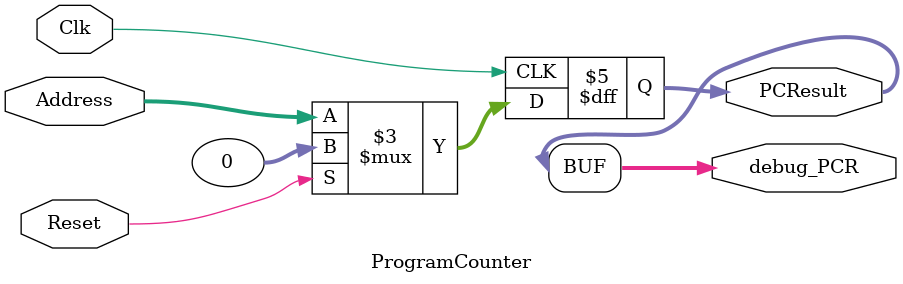
<source format=v>
`timescale 1ns / 1ps


module ProgramCounter(Address, PCResult, debug_PCR, Reset, Clk);

	input [31:0] Address;
	input Reset, Clk;
	
    output [31:0] debug_PCR;
	(* mark_debug = "true" *) output reg [31:0] PCResult;
    
    
    /* Please fill in the implementation here... */
    always @(posedge Clk)begin
    
        if(Reset) begin
            PCResult <= 32'd0;
        end
        
        else begin
            PCResult <= Address;
        end
    end
    
    assign debug_PCR = PCResult;
    
endmodule


</source>
